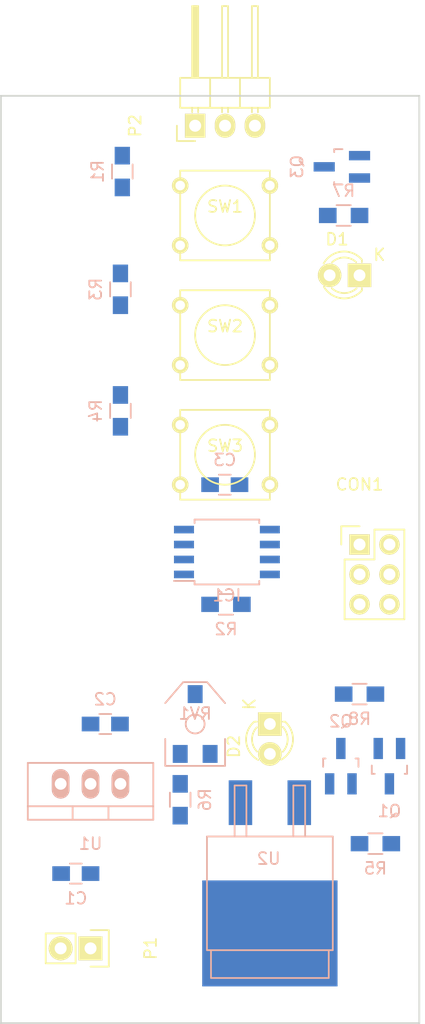
<source format=kicad_pcb>
(kicad_pcb (version 4) (host pcbnew 4.0.1-stable)

  (general
    (links 59)
    (no_connects 59)
    (area 187.884999 78.664999 223.595001 157.555001)
    (thickness 1.6)
    (drawings 4)
    (tracks 0)
    (zones 0)
    (modules 26)
    (nets 17)
  )

  (page A4)
  (layers
    (0 F.Cu signal)
    (31 B.Cu signal)
    (32 B.Adhes user)
    (33 F.Adhes user)
    (34 B.Paste user)
    (35 F.Paste user)
    (36 B.SilkS user)
    (37 F.SilkS user)
    (38 B.Mask user)
    (39 F.Mask user)
    (40 Dwgs.User user)
    (41 Cmts.User user)
    (42 Eco1.User user)
    (43 Eco2.User user)
    (44 Edge.Cuts user)
    (45 Margin user)
    (46 B.CrtYd user)
    (47 F.CrtYd user)
    (48 B.Fab user)
    (49 F.Fab user)
  )

  (setup
    (last_trace_width 0.25)
    (trace_clearance 0.2)
    (zone_clearance 0.508)
    (zone_45_only no)
    (trace_min 0.2)
    (segment_width 0.2)
    (edge_width 0.15)
    (via_size 0.6)
    (via_drill 0.4)
    (via_min_size 0.4)
    (via_min_drill 0.3)
    (uvia_size 0.3)
    (uvia_drill 0.1)
    (uvias_allowed no)
    (uvia_min_size 0.2)
    (uvia_min_drill 0.1)
    (pcb_text_width 0.3)
    (pcb_text_size 1.5 1.5)
    (mod_edge_width 0.15)
    (mod_text_size 1 1)
    (mod_text_width 0.15)
    (pad_size 1.524 1.524)
    (pad_drill 0.762)
    (pad_to_mask_clearance 0.2)
    (aux_axis_origin 0 0)
    (visible_elements FFFFFF7F)
    (pcbplotparams
      (layerselection 0x00030_80000001)
      (usegerberextensions false)
      (excludeedgelayer true)
      (linewidth 0.100000)
      (plotframeref false)
      (viasonmask false)
      (mode 1)
      (useauxorigin false)
      (hpglpennumber 1)
      (hpglpenspeed 20)
      (hpglpendiameter 15)
      (hpglpenoverlay 2)
      (psnegative false)
      (psa4output false)
      (plotreference true)
      (plotvalue true)
      (plotinvisibletext false)
      (padsonsilk false)
      (subtractmaskfromsilk false)
      (outputformat 1)
      (mirror false)
      (drillshape 1)
      (scaleselection 1)
      (outputdirectory ""))
  )

  (net 0 "")
  (net 1 +9V)
  (net 2 GND)
  (net 3 +5V)
  (net 4 /MCU_TX_DATA)
  (net 5 /FWD)
  (net 6 /MCU-TX-PWRON)
  (net 7 /RST)
  (net 8 "Net-(D1-Pad1)")
  (net 9 "Net-(D2-Pad1)")
  (net 10 "Net-(D2-Pad2)")
  (net 11 /STOP)
  (net 12 /REV)
  (net 13 /TX-PWR)
  (net 14 "Net-(Q1-Pad3)")
  (net 15 "Net-(Q3-Pad3)")
  (net 16 "Net-(R6-Pad2)")

  (net_class Default "This is the default net class."
    (clearance 0.2)
    (trace_width 0.25)
    (via_dia 0.6)
    (via_drill 0.4)
    (uvia_dia 0.3)
    (uvia_drill 0.1)
    (add_net +5V)
    (add_net +9V)
    (add_net /FWD)
    (add_net /MCU-TX-PWRON)
    (add_net /MCU_TX_DATA)
    (add_net /REV)
    (add_net /RST)
    (add_net /STOP)
    (add_net /TX-PWR)
    (add_net GND)
    (add_net "Net-(D1-Pad1)")
    (add_net "Net-(D2-Pad1)")
    (add_net "Net-(D2-Pad2)")
    (add_net "Net-(Q1-Pad3)")
    (add_net "Net-(Q3-Pad3)")
    (add_net "Net-(R6-Pad2)")
  )

  (module Capacitors_SMD:C_0805_HandSoldering (layer B.Cu) (tedit 541A9B8D) (tstamp 57823BDF)
    (at 194.33 144.78)
    (descr "Capacitor SMD 0805, hand soldering")
    (tags "capacitor 0805")
    (path /577D7B21)
    (attr smd)
    (fp_text reference C1 (at 0 2.1) (layer B.SilkS)
      (effects (font (size 1 1) (thickness 0.15)) (justify mirror))
    )
    (fp_text value "10u ceramic" (at 0 -2.1) (layer B.Fab)
      (effects (font (size 1 1) (thickness 0.15)) (justify mirror))
    )
    (fp_line (start -2.3 1) (end 2.3 1) (layer B.CrtYd) (width 0.05))
    (fp_line (start -2.3 -1) (end 2.3 -1) (layer B.CrtYd) (width 0.05))
    (fp_line (start -2.3 1) (end -2.3 -1) (layer B.CrtYd) (width 0.05))
    (fp_line (start 2.3 1) (end 2.3 -1) (layer B.CrtYd) (width 0.05))
    (fp_line (start 0.5 0.85) (end -0.5 0.85) (layer B.SilkS) (width 0.15))
    (fp_line (start -0.5 -0.85) (end 0.5 -0.85) (layer B.SilkS) (width 0.15))
    (pad 1 smd rect (at -1.25 0) (size 1.5 1.25) (layers B.Cu B.Paste B.Mask)
      (net 1 +9V))
    (pad 2 smd rect (at 1.25 0) (size 1.5 1.25) (layers B.Cu B.Paste B.Mask)
      (net 2 GND))
    (model Capacitors_SMD.3dshapes/C_0805_HandSoldering.wrl
      (at (xyz 0 0 0))
      (scale (xyz 1 1 1))
      (rotate (xyz 0 0 0))
    )
  )

  (module Capacitors_SMD:C_0805_HandSoldering (layer B.Cu) (tedit 541A9B8D) (tstamp 57823BEB)
    (at 196.83 132.08 180)
    (descr "Capacitor SMD 0805, hand soldering")
    (tags "capacitor 0805")
    (path /577D7A9F)
    (attr smd)
    (fp_text reference C2 (at 0 2.1 180) (layer B.SilkS)
      (effects (font (size 1 1) (thickness 0.15)) (justify mirror))
    )
    (fp_text value "220n ceramic" (at 0 -2.1 180) (layer B.Fab)
      (effects (font (size 1 1) (thickness 0.15)) (justify mirror))
    )
    (fp_line (start -2.3 1) (end 2.3 1) (layer B.CrtYd) (width 0.05))
    (fp_line (start -2.3 -1) (end 2.3 -1) (layer B.CrtYd) (width 0.05))
    (fp_line (start -2.3 1) (end -2.3 -1) (layer B.CrtYd) (width 0.05))
    (fp_line (start 2.3 1) (end 2.3 -1) (layer B.CrtYd) (width 0.05))
    (fp_line (start 0.5 0.85) (end -0.5 0.85) (layer B.SilkS) (width 0.15))
    (fp_line (start -0.5 -0.85) (end 0.5 -0.85) (layer B.SilkS) (width 0.15))
    (pad 1 smd rect (at -1.25 0 180) (size 1.5 1.25) (layers B.Cu B.Paste B.Mask)
      (net 3 +5V))
    (pad 2 smd rect (at 1.25 0 180) (size 1.5 1.25) (layers B.Cu B.Paste B.Mask)
      (net 2 GND))
    (model Capacitors_SMD.3dshapes/C_0805_HandSoldering.wrl
      (at (xyz 0 0 0))
      (scale (xyz 1 1 1))
      (rotate (xyz 0 0 0))
    )
  )

  (module Capacitors_SMD:C_0805_HandSoldering (layer B.Cu) (tedit 541A9B8D) (tstamp 57823BF7)
    (at 206.99 111.76 180)
    (descr "Capacitor SMD 0805, hand soldering")
    (tags "capacitor 0805")
    (path /577BB01B)
    (attr smd)
    (fp_text reference C3 (at 0 2.1 180) (layer B.SilkS)
      (effects (font (size 1 1) (thickness 0.15)) (justify mirror))
    )
    (fp_text value "100n ceramic" (at 0 -2.1 180) (layer B.Fab)
      (effects (font (size 1 1) (thickness 0.15)) (justify mirror))
    )
    (fp_line (start -2.3 1) (end 2.3 1) (layer B.CrtYd) (width 0.05))
    (fp_line (start -2.3 -1) (end 2.3 -1) (layer B.CrtYd) (width 0.05))
    (fp_line (start -2.3 1) (end -2.3 -1) (layer B.CrtYd) (width 0.05))
    (fp_line (start 2.3 1) (end 2.3 -1) (layer B.CrtYd) (width 0.05))
    (fp_line (start 0.5 0.85) (end -0.5 0.85) (layer B.SilkS) (width 0.15))
    (fp_line (start -0.5 -0.85) (end 0.5 -0.85) (layer B.SilkS) (width 0.15))
    (pad 1 smd rect (at -1.25 0 180) (size 1.5 1.25) (layers B.Cu B.Paste B.Mask)
      (net 3 +5V))
    (pad 2 smd rect (at 1.25 0 180) (size 1.5 1.25) (layers B.Cu B.Paste B.Mask)
      (net 2 GND))
    (model Capacitors_SMD.3dshapes/C_0805_HandSoldering.wrl
      (at (xyz 0 0 0))
      (scale (xyz 1 1 1))
      (rotate (xyz 0 0 0))
    )
  )

  (module Pin_Headers:Pin_Header_Straight_2x03 (layer F.Cu) (tedit 54EA0A4B) (tstamp 57823C0E)
    (at 218.44 116.84)
    (descr "Through hole pin header")
    (tags "pin header")
    (path /577D8D5F)
    (fp_text reference CON1 (at 0 -5.1) (layer F.SilkS)
      (effects (font (size 1 1) (thickness 0.15)))
    )
    (fp_text value AVR-ISP-6 (at 0 -3.1) (layer F.Fab)
      (effects (font (size 1 1) (thickness 0.15)))
    )
    (fp_line (start -1.27 1.27) (end -1.27 6.35) (layer F.SilkS) (width 0.15))
    (fp_line (start -1.55 -1.55) (end 0 -1.55) (layer F.SilkS) (width 0.15))
    (fp_line (start -1.75 -1.75) (end -1.75 6.85) (layer F.CrtYd) (width 0.05))
    (fp_line (start 4.3 -1.75) (end 4.3 6.85) (layer F.CrtYd) (width 0.05))
    (fp_line (start -1.75 -1.75) (end 4.3 -1.75) (layer F.CrtYd) (width 0.05))
    (fp_line (start -1.75 6.85) (end 4.3 6.85) (layer F.CrtYd) (width 0.05))
    (fp_line (start 1.27 -1.27) (end 1.27 1.27) (layer F.SilkS) (width 0.15))
    (fp_line (start 1.27 1.27) (end -1.27 1.27) (layer F.SilkS) (width 0.15))
    (fp_line (start -1.27 6.35) (end 3.81 6.35) (layer F.SilkS) (width 0.15))
    (fp_line (start 3.81 6.35) (end 3.81 1.27) (layer F.SilkS) (width 0.15))
    (fp_line (start -1.55 -1.55) (end -1.55 0) (layer F.SilkS) (width 0.15))
    (fp_line (start 3.81 -1.27) (end 1.27 -1.27) (layer F.SilkS) (width 0.15))
    (fp_line (start 3.81 1.27) (end 3.81 -1.27) (layer F.SilkS) (width 0.15))
    (pad 1 thru_hole rect (at 0 0) (size 1.7272 1.7272) (drill 1.016) (layers *.Cu *.Mask F.SilkS)
      (net 4 /MCU_TX_DATA))
    (pad 2 thru_hole oval (at 2.54 0) (size 1.7272 1.7272) (drill 1.016) (layers *.Cu *.Mask F.SilkS)
      (net 3 +5V))
    (pad 3 thru_hole oval (at 0 2.54) (size 1.7272 1.7272) (drill 1.016) (layers *.Cu *.Mask F.SilkS)
      (net 5 /FWD))
    (pad 4 thru_hole oval (at 2.54 2.54) (size 1.7272 1.7272) (drill 1.016) (layers *.Cu *.Mask F.SilkS)
      (net 6 /MCU-TX-PWRON))
    (pad 5 thru_hole oval (at 0 5.08) (size 1.7272 1.7272) (drill 1.016) (layers *.Cu *.Mask F.SilkS)
      (net 7 /RST))
    (pad 6 thru_hole oval (at 2.54 5.08) (size 1.7272 1.7272) (drill 1.016) (layers *.Cu *.Mask F.SilkS)
      (net 2 GND))
    (model Pin_Headers.3dshapes/Pin_Header_Straight_2x03.wrl
      (at (xyz 0.05 -0.1 0))
      (scale (xyz 1 1 1))
      (rotate (xyz 0 0 90))
    )
  )

  (module LEDs:LED-3MM (layer F.Cu) (tedit 559B82F6) (tstamp 57823C1F)
    (at 218.44 93.98 180)
    (descr "LED 3mm round vertical")
    (tags "LED  3mm round vertical")
    (path /578015B7)
    (fp_text reference D1 (at 1.91 3.06 180) (layer F.SilkS)
      (effects (font (size 1 1) (thickness 0.15)))
    )
    (fp_text value blue (at 1.3 -2.9 180) (layer F.Fab)
      (effects (font (size 1 1) (thickness 0.15)))
    )
    (fp_line (start -1.2 2.3) (end 3.8 2.3) (layer F.CrtYd) (width 0.05))
    (fp_line (start 3.8 2.3) (end 3.8 -2.2) (layer F.CrtYd) (width 0.05))
    (fp_line (start 3.8 -2.2) (end -1.2 -2.2) (layer F.CrtYd) (width 0.05))
    (fp_line (start -1.2 -2.2) (end -1.2 2.3) (layer F.CrtYd) (width 0.05))
    (fp_line (start -0.199 1.314) (end -0.199 1.114) (layer F.SilkS) (width 0.15))
    (fp_line (start -0.199 -1.28) (end -0.199 -1.1) (layer F.SilkS) (width 0.15))
    (fp_arc (start 1.301 0.034) (end -0.199 -1.286) (angle 108.5) (layer F.SilkS) (width 0.15))
    (fp_arc (start 1.301 0.034) (end 0.25 -1.1) (angle 85.7) (layer F.SilkS) (width 0.15))
    (fp_arc (start 1.311 0.034) (end 3.051 0.994) (angle 110) (layer F.SilkS) (width 0.15))
    (fp_arc (start 1.301 0.034) (end 2.335 1.094) (angle 87.5) (layer F.SilkS) (width 0.15))
    (fp_text user K (at -1.69 1.74 180) (layer F.SilkS)
      (effects (font (size 1 1) (thickness 0.15)))
    )
    (pad 1 thru_hole rect (at 0 0 270) (size 2 2) (drill 1.00076) (layers *.Cu *.Mask F.SilkS)
      (net 8 "Net-(D1-Pad1)"))
    (pad 2 thru_hole circle (at 2.54 0 180) (size 2 2) (drill 1.00076) (layers *.Cu *.Mask F.SilkS)
      (net 3 +5V))
    (model LEDs.3dshapes/LED-3MM.wrl
      (at (xyz 0.05 0 0))
      (scale (xyz 1 1 1))
      (rotate (xyz 0 0 90))
    )
  )

  (module LEDs:LED-3MM (layer F.Cu) (tedit 559B82F6) (tstamp 57823C30)
    (at 210.82 132.08 270)
    (descr "LED 3mm round vertical")
    (tags "LED  3mm round vertical")
    (path /57800E6D)
    (fp_text reference D2 (at 1.91 3.06 270) (layer F.SilkS)
      (effects (font (size 1 1) (thickness 0.15)))
    )
    (fp_text value green (at 1.3 -2.9 270) (layer F.Fab)
      (effects (font (size 1 1) (thickness 0.15)))
    )
    (fp_line (start -1.2 2.3) (end 3.8 2.3) (layer F.CrtYd) (width 0.05))
    (fp_line (start 3.8 2.3) (end 3.8 -2.2) (layer F.CrtYd) (width 0.05))
    (fp_line (start 3.8 -2.2) (end -1.2 -2.2) (layer F.CrtYd) (width 0.05))
    (fp_line (start -1.2 -2.2) (end -1.2 2.3) (layer F.CrtYd) (width 0.05))
    (fp_line (start -0.199 1.314) (end -0.199 1.114) (layer F.SilkS) (width 0.15))
    (fp_line (start -0.199 -1.28) (end -0.199 -1.1) (layer F.SilkS) (width 0.15))
    (fp_arc (start 1.301 0.034) (end -0.199 -1.286) (angle 108.5) (layer F.SilkS) (width 0.15))
    (fp_arc (start 1.301 0.034) (end 0.25 -1.1) (angle 85.7) (layer F.SilkS) (width 0.15))
    (fp_arc (start 1.311 0.034) (end 3.051 0.994) (angle 110) (layer F.SilkS) (width 0.15))
    (fp_arc (start 1.301 0.034) (end 2.335 1.094) (angle 87.5) (layer F.SilkS) (width 0.15))
    (fp_text user K (at -1.69 1.74 270) (layer F.SilkS)
      (effects (font (size 1 1) (thickness 0.15)))
    )
    (pad 1 thru_hole rect (at 0 0) (size 2 2) (drill 1.00076) (layers *.Cu *.Mask F.SilkS)
      (net 9 "Net-(D2-Pad1)"))
    (pad 2 thru_hole circle (at 2.54 0 270) (size 2 2) (drill 1.00076) (layers *.Cu *.Mask F.SilkS)
      (net 10 "Net-(D2-Pad2)"))
    (model LEDs.3dshapes/LED-3MM.wrl
      (at (xyz 0.05 0 0))
      (scale (xyz 1 1 1))
      (rotate (xyz 0 0 90))
    )
  )

  (module Housings_SOIC:SOIJ-8_5.3x5.3mm_Pitch1.27mm (layer B.Cu) (tedit 54130A77) (tstamp 57823C47)
    (at 207.17 117.475)
    (descr "8-Lead Plastic Small Outline (SM) - Medium, 5.28 mm Body [SOIC] (see Microchip Packaging Specification 00000049BS.pdf)")
    (tags "SOIC 1.27")
    (path /577BAE57)
    (attr smd)
    (fp_text reference IC1 (at 0 3.68) (layer B.SilkS)
      (effects (font (size 1 1) (thickness 0.15)) (justify mirror))
    )
    (fp_text value ATTINY85-P (at 0 -3.68) (layer B.Fab)
      (effects (font (size 1 1) (thickness 0.15)) (justify mirror))
    )
    (fp_line (start -4.75 2.95) (end -4.75 -2.95) (layer B.CrtYd) (width 0.05))
    (fp_line (start 4.75 2.95) (end 4.75 -2.95) (layer B.CrtYd) (width 0.05))
    (fp_line (start -4.75 2.95) (end 4.75 2.95) (layer B.CrtYd) (width 0.05))
    (fp_line (start -4.75 -2.95) (end 4.75 -2.95) (layer B.CrtYd) (width 0.05))
    (fp_line (start -2.75 2.755) (end -2.75 2.455) (layer B.SilkS) (width 0.15))
    (fp_line (start 2.75 2.755) (end 2.75 2.455) (layer B.SilkS) (width 0.15))
    (fp_line (start 2.75 -2.755) (end 2.75 -2.455) (layer B.SilkS) (width 0.15))
    (fp_line (start -2.75 -2.755) (end -2.75 -2.455) (layer B.SilkS) (width 0.15))
    (fp_line (start -2.75 2.755) (end 2.75 2.755) (layer B.SilkS) (width 0.15))
    (fp_line (start -2.75 -2.755) (end 2.75 -2.755) (layer B.SilkS) (width 0.15))
    (fp_line (start -2.75 2.455) (end -4.5 2.455) (layer B.SilkS) (width 0.15))
    (pad 1 smd rect (at -3.65 1.905) (size 1.7 0.65) (layers B.Cu B.Paste B.Mask)
      (net 7 /RST))
    (pad 2 smd rect (at -3.65 0.635) (size 1.7 0.65) (layers B.Cu B.Paste B.Mask)
      (net 11 /STOP))
    (pad 3 smd rect (at -3.65 -0.635) (size 1.7 0.65) (layers B.Cu B.Paste B.Mask)
      (net 12 /REV))
    (pad 4 smd rect (at -3.65 -1.905) (size 1.7 0.65) (layers B.Cu B.Paste B.Mask)
      (net 2 GND))
    (pad 5 smd rect (at 3.65 -1.905) (size 1.7 0.65) (layers B.Cu B.Paste B.Mask)
      (net 6 /MCU-TX-PWRON))
    (pad 6 smd rect (at 3.65 -0.635) (size 1.7 0.65) (layers B.Cu B.Paste B.Mask)
      (net 4 /MCU_TX_DATA))
    (pad 7 smd rect (at 3.65 0.635) (size 1.7 0.65) (layers B.Cu B.Paste B.Mask)
      (net 5 /FWD))
    (pad 8 smd rect (at 3.65 1.905) (size 1.7 0.65) (layers B.Cu B.Paste B.Mask)
      (net 3 +5V))
    (model Housings_SOIC.3dshapes/SOIJ-8_5.3x5.3mm_Pitch1.27mm.wrl
      (at (xyz 0 0 0))
      (scale (xyz 1 1 1))
      (rotate (xyz 0 0 0))
    )
  )

  (module TO_SOT_Packages_SMD:SOT-23_Handsoldering (layer B.Cu) (tedit 54E9291B) (tstamp 57823C69)
    (at 220.98 135.65886)
    (descr "SOT-23, Handsoldering")
    (tags SOT-23)
    (path /577BB09A)
    (attr smd)
    (fp_text reference Q1 (at 0 3.81) (layer B.SilkS)
      (effects (font (size 1 1) (thickness 0.15)) (justify mirror))
    )
    (fp_text value 2N7002 (at 0 -3.81) (layer B.Fab)
      (effects (font (size 1 1) (thickness 0.15)) (justify mirror))
    )
    (fp_line (start -1.49982 -0.0508) (end -1.49982 0.65024) (layer B.SilkS) (width 0.15))
    (fp_line (start -1.49982 0.65024) (end -1.2509 0.65024) (layer B.SilkS) (width 0.15))
    (fp_line (start 1.29916 0.65024) (end 1.49982 0.65024) (layer B.SilkS) (width 0.15))
    (fp_line (start 1.49982 0.65024) (end 1.49982 -0.0508) (layer B.SilkS) (width 0.15))
    (pad 1 smd rect (at -0.95 -1.50114) (size 0.8001 1.80086) (layers B.Cu B.Paste B.Mask)
      (net 6 /MCU-TX-PWRON))
    (pad 2 smd rect (at 0.95 -1.50114) (size 0.8001 1.80086) (layers B.Cu B.Paste B.Mask)
      (net 2 GND))
    (pad 3 smd rect (at 0 1.50114) (size 0.8001 1.80086) (layers B.Cu B.Paste B.Mask)
      (net 14 "Net-(Q1-Pad3)"))
    (model TO_SOT_Packages_SMD.3dshapes/SOT-23_Handsoldering.wrl
      (at (xyz 0 0 0))
      (scale (xyz 1 1 1))
      (rotate (xyz 0 0 0))
    )
  )

  (module TO_SOT_Packages_SMD:SOT-23_Handsoldering (layer B.Cu) (tedit 54E9291B) (tstamp 57823C74)
    (at 216.85 135.65886 180)
    (descr "SOT-23, Handsoldering")
    (tags SOT-23)
    (path /577BA1F4)
    (attr smd)
    (fp_text reference Q2 (at 0 3.81 180) (layer B.SilkS)
      (effects (font (size 1 1) (thickness 0.15)) (justify mirror))
    )
    (fp_text value BSS315 (at 0 -3.81 180) (layer B.Fab)
      (effects (font (size 1 1) (thickness 0.15)) (justify mirror))
    )
    (fp_line (start -1.49982 -0.0508) (end -1.49982 0.65024) (layer B.SilkS) (width 0.15))
    (fp_line (start -1.49982 0.65024) (end -1.2509 0.65024) (layer B.SilkS) (width 0.15))
    (fp_line (start 1.29916 0.65024) (end 1.49982 0.65024) (layer B.SilkS) (width 0.15))
    (fp_line (start 1.49982 0.65024) (end 1.49982 -0.0508) (layer B.SilkS) (width 0.15))
    (pad 1 smd rect (at -0.95 -1.50114 180) (size 0.8001 1.80086) (layers B.Cu B.Paste B.Mask)
      (net 14 "Net-(Q1-Pad3)"))
    (pad 2 smd rect (at 0.95 -1.50114 180) (size 0.8001 1.80086) (layers B.Cu B.Paste B.Mask)
      (net 1 +9V))
    (pad 3 smd rect (at 0 1.50114 180) (size 0.8001 1.80086) (layers B.Cu B.Paste B.Mask)
      (net 10 "Net-(D2-Pad2)"))
    (model TO_SOT_Packages_SMD.3dshapes/SOT-23_Handsoldering.wrl
      (at (xyz 0 0 0))
      (scale (xyz 1 1 1))
      (rotate (xyz 0 0 0))
    )
  )

  (module TO_SOT_Packages_SMD:SOT-23_Handsoldering (layer B.Cu) (tedit 54E9291B) (tstamp 57823C7F)
    (at 216.93886 84.77 270)
    (descr "SOT-23, Handsoldering")
    (tags SOT-23)
    (path /57801825)
    (attr smd)
    (fp_text reference Q3 (at 0 3.81 270) (layer B.SilkS)
      (effects (font (size 1 1) (thickness 0.15)) (justify mirror))
    )
    (fp_text value 2N7002 (at 0 -3.81 270) (layer B.Fab)
      (effects (font (size 1 1) (thickness 0.15)) (justify mirror))
    )
    (fp_line (start -1.49982 -0.0508) (end -1.49982 0.65024) (layer B.SilkS) (width 0.15))
    (fp_line (start -1.49982 0.65024) (end -1.2509 0.65024) (layer B.SilkS) (width 0.15))
    (fp_line (start 1.29916 0.65024) (end 1.49982 0.65024) (layer B.SilkS) (width 0.15))
    (fp_line (start 1.49982 0.65024) (end 1.49982 -0.0508) (layer B.SilkS) (width 0.15))
    (pad 1 smd rect (at -0.95 -1.50114 270) (size 0.8001 1.80086) (layers B.Cu B.Paste B.Mask)
      (net 4 /MCU_TX_DATA))
    (pad 2 smd rect (at 0.95 -1.50114 270) (size 0.8001 1.80086) (layers B.Cu B.Paste B.Mask)
      (net 2 GND))
    (pad 3 smd rect (at 0 1.50114 270) (size 0.8001 1.80086) (layers B.Cu B.Paste B.Mask)
      (net 15 "Net-(Q3-Pad3)"))
    (model TO_SOT_Packages_SMD.3dshapes/SOT-23_Handsoldering.wrl
      (at (xyz 0 0 0))
      (scale (xyz 1 1 1))
      (rotate (xyz 0 0 0))
    )
  )

  (module Resistors_SMD:R_0805_HandSoldering (layer B.Cu) (tedit 54189DEE) (tstamp 57823C8B)
    (at 198.28 85.17 270)
    (descr "Resistor SMD 0805, hand soldering")
    (tags "resistor 0805")
    (path /577D64B2)
    (attr smd)
    (fp_text reference R1 (at 0 2.1 270) (layer B.SilkS)
      (effects (font (size 1 1) (thickness 0.15)) (justify mirror))
    )
    (fp_text value 10k (at 0 -2.1 270) (layer B.Fab)
      (effects (font (size 1 1) (thickness 0.15)) (justify mirror))
    )
    (fp_line (start -2.4 1) (end 2.4 1) (layer B.CrtYd) (width 0.05))
    (fp_line (start -2.4 -1) (end 2.4 -1) (layer B.CrtYd) (width 0.05))
    (fp_line (start -2.4 1) (end -2.4 -1) (layer B.CrtYd) (width 0.05))
    (fp_line (start 2.4 1) (end 2.4 -1) (layer B.CrtYd) (width 0.05))
    (fp_line (start 0.6 -0.875) (end -0.6 -0.875) (layer B.SilkS) (width 0.15))
    (fp_line (start -0.6 0.875) (end 0.6 0.875) (layer B.SilkS) (width 0.15))
    (pad 1 smd rect (at -1.35 0 270) (size 1.5 1.3) (layers B.Cu B.Paste B.Mask)
      (net 5 /FWD))
    (pad 2 smd rect (at 1.35 0 270) (size 1.5 1.3) (layers B.Cu B.Paste B.Mask)
      (net 2 GND))
    (model Resistors_SMD.3dshapes/R_0805_HandSoldering.wrl
      (at (xyz 0 0 0))
      (scale (xyz 1 1 1))
      (rotate (xyz 0 0 0))
    )
  )

  (module Resistors_SMD:R_0805_HandSoldering (layer B.Cu) (tedit 54189DEE) (tstamp 57823C97)
    (at 207.09 121.92)
    (descr "Resistor SMD 0805, hand soldering")
    (tags "resistor 0805")
    (path /577D883D)
    (attr smd)
    (fp_text reference R2 (at 0 2.1) (layer B.SilkS)
      (effects (font (size 1 1) (thickness 0.15)) (justify mirror))
    )
    (fp_text value 10k (at 0 -2.1) (layer B.Fab)
      (effects (font (size 1 1) (thickness 0.15)) (justify mirror))
    )
    (fp_line (start -2.4 1) (end 2.4 1) (layer B.CrtYd) (width 0.05))
    (fp_line (start -2.4 -1) (end 2.4 -1) (layer B.CrtYd) (width 0.05))
    (fp_line (start -2.4 1) (end -2.4 -1) (layer B.CrtYd) (width 0.05))
    (fp_line (start 2.4 1) (end 2.4 -1) (layer B.CrtYd) (width 0.05))
    (fp_line (start 0.6 -0.875) (end -0.6 -0.875) (layer B.SilkS) (width 0.15))
    (fp_line (start -0.6 0.875) (end 0.6 0.875) (layer B.SilkS) (width 0.15))
    (pad 1 smd rect (at -1.35 0) (size 1.5 1.3) (layers B.Cu B.Paste B.Mask)
      (net 7 /RST))
    (pad 2 smd rect (at 1.35 0) (size 1.5 1.3) (layers B.Cu B.Paste B.Mask)
      (net 3 +5V))
    (model Resistors_SMD.3dshapes/R_0805_HandSoldering.wrl
      (at (xyz 0 0 0))
      (scale (xyz 1 1 1))
      (rotate (xyz 0 0 0))
    )
  )

  (module Resistors_SMD:R_0805_HandSoldering (layer B.Cu) (tedit 54189DEE) (tstamp 57823CA3)
    (at 198.12 95.17 270)
    (descr "Resistor SMD 0805, hand soldering")
    (tags "resistor 0805")
    (path /577D6724)
    (attr smd)
    (fp_text reference R3 (at 0 2.1 270) (layer B.SilkS)
      (effects (font (size 1 1) (thickness 0.15)) (justify mirror))
    )
    (fp_text value 10k (at 0 -2.1 270) (layer B.Fab)
      (effects (font (size 1 1) (thickness 0.15)) (justify mirror))
    )
    (fp_line (start -2.4 1) (end 2.4 1) (layer B.CrtYd) (width 0.05))
    (fp_line (start -2.4 -1) (end 2.4 -1) (layer B.CrtYd) (width 0.05))
    (fp_line (start -2.4 1) (end -2.4 -1) (layer B.CrtYd) (width 0.05))
    (fp_line (start 2.4 1) (end 2.4 -1) (layer B.CrtYd) (width 0.05))
    (fp_line (start 0.6 -0.875) (end -0.6 -0.875) (layer B.SilkS) (width 0.15))
    (fp_line (start -0.6 0.875) (end 0.6 0.875) (layer B.SilkS) (width 0.15))
    (pad 1 smd rect (at -1.35 0 270) (size 1.5 1.3) (layers B.Cu B.Paste B.Mask)
      (net 11 /STOP))
    (pad 2 smd rect (at 1.35 0 270) (size 1.5 1.3) (layers B.Cu B.Paste B.Mask)
      (net 2 GND))
    (model Resistors_SMD.3dshapes/R_0805_HandSoldering.wrl
      (at (xyz 0 0 0))
      (scale (xyz 1 1 1))
      (rotate (xyz 0 0 0))
    )
  )

  (module Resistors_SMD:R_0805_HandSoldering (layer B.Cu) (tedit 54189DEE) (tstamp 57823CAF)
    (at 198.12 105.49 270)
    (descr "Resistor SMD 0805, hand soldering")
    (tags "resistor 0805")
    (path /577D6880)
    (attr smd)
    (fp_text reference R4 (at 0 2.1 270) (layer B.SilkS)
      (effects (font (size 1 1) (thickness 0.15)) (justify mirror))
    )
    (fp_text value 10k (at 0 -2.1 270) (layer B.Fab)
      (effects (font (size 1 1) (thickness 0.15)) (justify mirror))
    )
    (fp_line (start -2.4 1) (end 2.4 1) (layer B.CrtYd) (width 0.05))
    (fp_line (start -2.4 -1) (end 2.4 -1) (layer B.CrtYd) (width 0.05))
    (fp_line (start -2.4 1) (end -2.4 -1) (layer B.CrtYd) (width 0.05))
    (fp_line (start 2.4 1) (end 2.4 -1) (layer B.CrtYd) (width 0.05))
    (fp_line (start 0.6 -0.875) (end -0.6 -0.875) (layer B.SilkS) (width 0.15))
    (fp_line (start -0.6 0.875) (end 0.6 0.875) (layer B.SilkS) (width 0.15))
    (pad 1 smd rect (at -1.35 0 270) (size 1.5 1.3) (layers B.Cu B.Paste B.Mask)
      (net 12 /REV))
    (pad 2 smd rect (at 1.35 0 270) (size 1.5 1.3) (layers B.Cu B.Paste B.Mask)
      (net 2 GND))
    (model Resistors_SMD.3dshapes/R_0805_HandSoldering.wrl
      (at (xyz 0 0 0))
      (scale (xyz 1 1 1))
      (rotate (xyz 0 0 0))
    )
  )

  (module Resistors_SMD:R_0805_HandSoldering (layer B.Cu) (tedit 54189DEE) (tstamp 57823CBB)
    (at 219.79 142.24)
    (descr "Resistor SMD 0805, hand soldering")
    (tags "resistor 0805")
    (path /577B9F3D)
    (attr smd)
    (fp_text reference R5 (at 0 2.1) (layer B.SilkS)
      (effects (font (size 1 1) (thickness 0.15)) (justify mirror))
    )
    (fp_text value 10k (at 0 -2.1) (layer B.Fab)
      (effects (font (size 1 1) (thickness 0.15)) (justify mirror))
    )
    (fp_line (start -2.4 1) (end 2.4 1) (layer B.CrtYd) (width 0.05))
    (fp_line (start -2.4 -1) (end 2.4 -1) (layer B.CrtYd) (width 0.05))
    (fp_line (start -2.4 1) (end -2.4 -1) (layer B.CrtYd) (width 0.05))
    (fp_line (start 2.4 1) (end 2.4 -1) (layer B.CrtYd) (width 0.05))
    (fp_line (start 0.6 -0.875) (end -0.6 -0.875) (layer B.SilkS) (width 0.15))
    (fp_line (start -0.6 0.875) (end 0.6 0.875) (layer B.SilkS) (width 0.15))
    (pad 1 smd rect (at -1.35 0) (size 1.5 1.3) (layers B.Cu B.Paste B.Mask)
      (net 1 +9V))
    (pad 2 smd rect (at 1.35 0) (size 1.5 1.3) (layers B.Cu B.Paste B.Mask)
      (net 14 "Net-(Q1-Pad3)"))
    (model Resistors_SMD.3dshapes/R_0805_HandSoldering.wrl
      (at (xyz 0 0 0))
      (scale (xyz 1 1 1))
      (rotate (xyz 0 0 0))
    )
  )

  (module Resistors_SMD:R_0805_HandSoldering (layer B.Cu) (tedit 54189DEE) (tstamp 57823CC7)
    (at 203.2 138.51 90)
    (descr "Resistor SMD 0805, hand soldering")
    (tags "resistor 0805")
    (path /577BA53B)
    (attr smd)
    (fp_text reference R6 (at 0 2.1 90) (layer B.SilkS)
      (effects (font (size 1 1) (thickness 0.15)) (justify mirror))
    )
    (fp_text value 1k (at 0 -2.1 90) (layer B.Fab)
      (effects (font (size 1 1) (thickness 0.15)) (justify mirror))
    )
    (fp_line (start -2.4 1) (end 2.4 1) (layer B.CrtYd) (width 0.05))
    (fp_line (start -2.4 -1) (end 2.4 -1) (layer B.CrtYd) (width 0.05))
    (fp_line (start -2.4 1) (end -2.4 -1) (layer B.CrtYd) (width 0.05))
    (fp_line (start 2.4 1) (end 2.4 -1) (layer B.CrtYd) (width 0.05))
    (fp_line (start 0.6 -0.875) (end -0.6 -0.875) (layer B.SilkS) (width 0.15))
    (fp_line (start -0.6 0.875) (end 0.6 0.875) (layer B.SilkS) (width 0.15))
    (pad 1 smd rect (at -1.35 0 90) (size 1.5 1.3) (layers B.Cu B.Paste B.Mask)
      (net 13 /TX-PWR))
    (pad 2 smd rect (at 1.35 0 90) (size 1.5 1.3) (layers B.Cu B.Paste B.Mask)
      (net 16 "Net-(R6-Pad2)"))
    (model Resistors_SMD.3dshapes/R_0805_HandSoldering.wrl
      (at (xyz 0 0 0))
      (scale (xyz 1 1 1))
      (rotate (xyz 0 0 0))
    )
  )

  (module Resistors_SMD:R_0805_HandSoldering (layer B.Cu) (tedit 54189DEE) (tstamp 57823CD3)
    (at 217.09 88.9 180)
    (descr "Resistor SMD 0805, hand soldering")
    (tags "resistor 0805")
    (path /578015BD)
    (attr smd)
    (fp_text reference R7 (at 0 2.1 180) (layer B.SilkS)
      (effects (font (size 1 1) (thickness 0.15)) (justify mirror))
    )
    (fp_text value 4k7 (at 0 -2.1 180) (layer B.Fab)
      (effects (font (size 1 1) (thickness 0.15)) (justify mirror))
    )
    (fp_line (start -2.4 1) (end 2.4 1) (layer B.CrtYd) (width 0.05))
    (fp_line (start -2.4 -1) (end 2.4 -1) (layer B.CrtYd) (width 0.05))
    (fp_line (start -2.4 1) (end -2.4 -1) (layer B.CrtYd) (width 0.05))
    (fp_line (start 2.4 1) (end 2.4 -1) (layer B.CrtYd) (width 0.05))
    (fp_line (start 0.6 -0.875) (end -0.6 -0.875) (layer B.SilkS) (width 0.15))
    (fp_line (start -0.6 0.875) (end 0.6 0.875) (layer B.SilkS) (width 0.15))
    (pad 1 smd rect (at -1.35 0 180) (size 1.5 1.3) (layers B.Cu B.Paste B.Mask)
      (net 8 "Net-(D1-Pad1)"))
    (pad 2 smd rect (at 1.35 0 180) (size 1.5 1.3) (layers B.Cu B.Paste B.Mask)
      (net 15 "Net-(Q3-Pad3)"))
    (model Resistors_SMD.3dshapes/R_0805_HandSoldering.wrl
      (at (xyz 0 0 0))
      (scale (xyz 1 1 1))
      (rotate (xyz 0 0 0))
    )
  )

  (module Resistors_SMD:R_0805_HandSoldering (layer B.Cu) (tedit 54189DEE) (tstamp 57823CDF)
    (at 218.44 129.54)
    (descr "Resistor SMD 0805, hand soldering")
    (tags "resistor 0805")
    (path /57800F22)
    (attr smd)
    (fp_text reference R8 (at 0 2.1) (layer B.SilkS)
      (effects (font (size 1 1) (thickness 0.15)) (justify mirror))
    )
    (fp_text value 10k (at 0 -2.1) (layer B.Fab)
      (effects (font (size 1 1) (thickness 0.15)) (justify mirror))
    )
    (fp_line (start -2.4 1) (end 2.4 1) (layer B.CrtYd) (width 0.05))
    (fp_line (start -2.4 -1) (end 2.4 -1) (layer B.CrtYd) (width 0.05))
    (fp_line (start -2.4 1) (end -2.4 -1) (layer B.CrtYd) (width 0.05))
    (fp_line (start 2.4 1) (end 2.4 -1) (layer B.CrtYd) (width 0.05))
    (fp_line (start 0.6 -0.875) (end -0.6 -0.875) (layer B.SilkS) (width 0.15))
    (fp_line (start -0.6 0.875) (end 0.6 0.875) (layer B.SilkS) (width 0.15))
    (pad 1 smd rect (at -1.35 0) (size 1.5 1.3) (layers B.Cu B.Paste B.Mask)
      (net 9 "Net-(D2-Pad1)"))
    (pad 2 smd rect (at 1.35 0) (size 1.5 1.3) (layers B.Cu B.Paste B.Mask)
      (net 2 GND))
    (model Resistors_SMD.3dshapes/R_0805_HandSoldering.wrl
      (at (xyz 0 0 0))
      (scale (xyz 1 1 1))
      (rotate (xyz 0 0 0))
    )
  )

  (module SMD_Packages:POT_SMD (layer B.Cu) (tedit 0) (tstamp 57823CED)
    (at 204.47 132.08 180)
    (descr "module CMS Potentiometre")
    (tags "CMS POT")
    (path /577BA582)
    (attr smd)
    (fp_text reference RV1 (at 0 0.88646 180) (layer B.SilkS)
      (effects (font (size 1 1) (thickness 0.15)) (justify mirror))
    )
    (fp_text value 5K (at 0 -0.635 180) (layer B.Fab)
      (effects (font (size 1 1) (thickness 0.15)) (justify mirror))
    )
    (fp_line (start -2.54 -1.27) (end -2.54 -3.556) (layer B.SilkS) (width 0.15))
    (fp_line (start -2.54 -3.556) (end 2.54 -3.556) (layer B.SilkS) (width 0.15))
    (fp_line (start 2.54 -3.556) (end 2.54 -1.27) (layer B.SilkS) (width 0.15))
    (fp_line (start -2.54 1.778) (end -1.016 3.556) (layer B.SilkS) (width 0.15))
    (fp_line (start -1.016 3.556) (end 1.016 3.556) (layer B.SilkS) (width 0.15))
    (fp_line (start 1.016 3.556) (end 2.54 1.778) (layer B.SilkS) (width 0.15))
    (fp_circle (center 0 0) (end 0.254 0.762) (layer B.SilkS) (width 0.15))
    (pad 1 smd rect (at -1.27 -2.54 180) (size 1.27 1.524) (layers B.Cu B.Paste B.Mask)
      (net 2 GND))
    (pad 2 smd rect (at 0 2.54 180) (size 1.27 1.524) (layers B.Cu B.Paste B.Mask)
      (net 2 GND))
    (pad 3 smd rect (at 1.27 -2.54 180) (size 1.27 1.524) (layers B.Cu B.Paste B.Mask)
      (net 16 "Net-(R6-Pad2)"))
  )

  (module Buttons_Switches_ThroughHole:SW_PUSH_SMALL (layer F.Cu) (tedit 0) (tstamp 57823CFA)
    (at 207.01 88.9)
    (path /577D63F0)
    (fp_text reference SW1 (at 0 -0.762) (layer F.SilkS)
      (effects (font (size 1 1) (thickness 0.15)))
    )
    (fp_text value FWD (at 0 1.016) (layer F.Fab)
      (effects (font (size 1 1) (thickness 0.15)))
    )
    (fp_circle (center 0 0) (end 0 -2.54) (layer F.SilkS) (width 0.15))
    (fp_line (start -3.81 -3.81) (end 3.81 -3.81) (layer F.SilkS) (width 0.15))
    (fp_line (start 3.81 -3.81) (end 3.81 3.81) (layer F.SilkS) (width 0.15))
    (fp_line (start 3.81 3.81) (end -3.81 3.81) (layer F.SilkS) (width 0.15))
    (fp_line (start -3.81 -3.81) (end -3.81 3.81) (layer F.SilkS) (width 0.15))
    (pad 1 thru_hole circle (at 3.81 -2.54) (size 1.397 1.397) (drill 0.8128) (layers *.Cu *.Mask F.SilkS)
      (net 5 /FWD))
    (pad 2 thru_hole circle (at 3.81 2.54) (size 1.397 1.397) (drill 0.8128) (layers *.Cu *.Mask F.SilkS)
      (net 3 +5V))
    (pad 1 thru_hole circle (at -3.81 -2.54) (size 1.397 1.397) (drill 0.8128) (layers *.Cu *.Mask F.SilkS)
      (net 5 /FWD))
    (pad 2 thru_hole circle (at -3.81 2.54) (size 1.397 1.397) (drill 0.8128) (layers *.Cu *.Mask F.SilkS)
      (net 3 +5V))
  )

  (module Buttons_Switches_ThroughHole:SW_PUSH_SMALL (layer F.Cu) (tedit 0) (tstamp 57823D07)
    (at 207.01 99.06)
    (path /577D671E)
    (fp_text reference SW2 (at 0 -0.762) (layer F.SilkS)
      (effects (font (size 1 1) (thickness 0.15)))
    )
    (fp_text value STOP (at 0 1.016) (layer F.Fab)
      (effects (font (size 1 1) (thickness 0.15)))
    )
    (fp_circle (center 0 0) (end 0 -2.54) (layer F.SilkS) (width 0.15))
    (fp_line (start -3.81 -3.81) (end 3.81 -3.81) (layer F.SilkS) (width 0.15))
    (fp_line (start 3.81 -3.81) (end 3.81 3.81) (layer F.SilkS) (width 0.15))
    (fp_line (start 3.81 3.81) (end -3.81 3.81) (layer F.SilkS) (width 0.15))
    (fp_line (start -3.81 -3.81) (end -3.81 3.81) (layer F.SilkS) (width 0.15))
    (pad 1 thru_hole circle (at 3.81 -2.54) (size 1.397 1.397) (drill 0.8128) (layers *.Cu *.Mask F.SilkS)
      (net 11 /STOP))
    (pad 2 thru_hole circle (at 3.81 2.54) (size 1.397 1.397) (drill 0.8128) (layers *.Cu *.Mask F.SilkS)
      (net 3 +5V))
    (pad 1 thru_hole circle (at -3.81 -2.54) (size 1.397 1.397) (drill 0.8128) (layers *.Cu *.Mask F.SilkS)
      (net 11 /STOP))
    (pad 2 thru_hole circle (at -3.81 2.54) (size 1.397 1.397) (drill 0.8128) (layers *.Cu *.Mask F.SilkS)
      (net 3 +5V))
  )

  (module Buttons_Switches_ThroughHole:SW_PUSH_SMALL (layer F.Cu) (tedit 0) (tstamp 57823D14)
    (at 207.01 109.22)
    (path /577D687A)
    (fp_text reference SW3 (at 0 -0.762) (layer F.SilkS)
      (effects (font (size 1 1) (thickness 0.15)))
    )
    (fp_text value REV (at 0 1.016) (layer F.Fab)
      (effects (font (size 1 1) (thickness 0.15)))
    )
    (fp_circle (center 0 0) (end 0 -2.54) (layer F.SilkS) (width 0.15))
    (fp_line (start -3.81 -3.81) (end 3.81 -3.81) (layer F.SilkS) (width 0.15))
    (fp_line (start 3.81 -3.81) (end 3.81 3.81) (layer F.SilkS) (width 0.15))
    (fp_line (start 3.81 3.81) (end -3.81 3.81) (layer F.SilkS) (width 0.15))
    (fp_line (start -3.81 -3.81) (end -3.81 3.81) (layer F.SilkS) (width 0.15))
    (pad 1 thru_hole circle (at 3.81 -2.54) (size 1.397 1.397) (drill 0.8128) (layers *.Cu *.Mask F.SilkS)
      (net 12 /REV))
    (pad 2 thru_hole circle (at 3.81 2.54) (size 1.397 1.397) (drill 0.8128) (layers *.Cu *.Mask F.SilkS)
      (net 3 +5V))
    (pad 1 thru_hole circle (at -3.81 -2.54) (size 1.397 1.397) (drill 0.8128) (layers *.Cu *.Mask F.SilkS)
      (net 12 /REV))
    (pad 2 thru_hole circle (at -3.81 2.54) (size 1.397 1.397) (drill 0.8128) (layers *.Cu *.Mask F.SilkS)
      (net 3 +5V))
  )

  (module TO_SOT_Packages_SMD:SOT-404 (layer B.Cu) (tedit 0) (tstamp 57823D3A)
    (at 210.82 144.3101)
    (descr SOT404)
    (path /577BA414)
    (attr smd)
    (fp_text reference U2 (at -0.09906 -0.8001) (layer B.SilkS)
      (effects (font (size 1 1) (thickness 0.15)) (justify mirror))
    )
    (fp_text value LM317D2TG (at -0.20066 -1.09982) (layer B.Fab)
      (effects (font (size 1 1) (thickness 0.15)) (justify mirror))
    )
    (fp_line (start -5.0038 6.9723) (end -5.0038 9.3345) (layer B.SilkS) (width 0.15))
    (fp_line (start -5.0038 9.3345) (end 5.0038 9.3345) (layer B.SilkS) (width 0.15))
    (fp_line (start 5.0038 9.3345) (end 5.0038 6.9723) (layer B.SilkS) (width 0.15))
    (fp_line (start 2.9972 -7.0104) (end 2.9972 -2.6797) (layer B.SilkS) (width 0.15))
    (fp_line (start 1.9939 -7.0104) (end 2.9972 -7.0104) (layer B.SilkS) (width 0.15))
    (fp_line (start 1.9939 -2.6797) (end 1.9939 -7.0104) (layer B.SilkS) (width 0.15))
    (fp_line (start -2.9972 -2.6797) (end -2.9972 -7.0104) (layer B.SilkS) (width 0.15))
    (fp_line (start -2.9972 -7.0104) (end -1.9939 -7.0104) (layer B.SilkS) (width 0.15))
    (fp_line (start -1.9939 -7.0104) (end -1.9939 -2.6797) (layer B.SilkS) (width 0.15))
    (fp_line (start -5.3467 6.9723) (end 5.3467 6.9723) (layer B.SilkS) (width 0.15))
    (fp_line (start 5.3467 6.9723) (end 5.3467 -2.6797) (layer B.SilkS) (width 0.15))
    (fp_line (start 5.3467 -2.6797) (end -5.3467 -2.6797) (layer B.SilkS) (width 0.15))
    (fp_line (start -5.3467 -2.6797) (end -5.3467 6.9723) (layer B.SilkS) (width 0.15))
    (pad 1 smd rect (at -2.49936 -5.5499) (size 1.99898 3.79984) (layers B.Cu B.Paste B.Mask)
      (net 16 "Net-(R6-Pad2)"))
    (pad 3 smd rect (at 2.49936 -5.5499) (size 1.99898 3.79984) (layers B.Cu B.Paste B.Mask)
      (net 10 "Net-(D2-Pad2)"))
    (pad 2 smd rect (at 0 5.5499) (size 11.50112 8.99922) (layers B.Cu B.Paste B.Mask)
      (net 13 /TX-PWR))
    (model TO_SOT_Packages_SMD.3dshapes/SOT-404.wrl
      (at (xyz 0 0 0))
      (scale (xyz 1 1 1))
      (rotate (xyz 0 0 0))
    )
  )

  (module TO_SOT_Packages_THT:TO-220_Neutral123_Vertical (layer B.Cu) (tedit 0) (tstamp 5782B274)
    (at 195.58 137.16)
    (descr "TO-220, Neutral, Vertical,")
    (tags "TO-220, Neutral, Vertical,")
    (path /577D760E)
    (fp_text reference U1 (at 0 5.08) (layer B.SilkS)
      (effects (font (size 1 1) (thickness 0.15)) (justify mirror))
    )
    (fp_text value 78L05 (at 0 -3.81) (layer B.Fab)
      (effects (font (size 1 1) (thickness 0.15)) (justify mirror))
    )
    (fp_line (start -1.524 3.048) (end -1.524 1.905) (layer B.SilkS) (width 0.15))
    (fp_line (start 1.524 3.048) (end 1.524 1.905) (layer B.SilkS) (width 0.15))
    (fp_line (start 5.334 1.905) (end 5.334 -1.778) (layer B.SilkS) (width 0.15))
    (fp_line (start 5.334 -1.778) (end -5.334 -1.778) (layer B.SilkS) (width 0.15))
    (fp_line (start -5.334 -1.778) (end -5.334 1.905) (layer B.SilkS) (width 0.15))
    (fp_line (start 5.334 3.048) (end 5.334 1.905) (layer B.SilkS) (width 0.15))
    (fp_line (start 5.334 1.905) (end -5.334 1.905) (layer B.SilkS) (width 0.15))
    (fp_line (start -5.334 1.905) (end -5.334 3.048) (layer B.SilkS) (width 0.15))
    (fp_line (start 0 3.048) (end -5.334 3.048) (layer B.SilkS) (width 0.15))
    (fp_line (start 0 3.048) (end 5.334 3.048) (layer B.SilkS) (width 0.15))
    (pad 2 thru_hole oval (at 0 0 270) (size 2.49936 1.50114) (drill 1.00076) (layers *.Cu *.Mask B.SilkS)
      (net 2 GND))
    (pad 1 thru_hole oval (at -2.54 0 270) (size 2.49936 1.50114) (drill 1.00076) (layers *.Cu *.Mask B.SilkS)
      (net 1 +9V))
    (pad 3 thru_hole oval (at 2.54 0 270) (size 2.49936 1.50114) (drill 1.00076) (layers *.Cu *.Mask B.SilkS)
      (net 3 +5V))
    (model TO_SOT_Packages_THT.3dshapes/TO-220_Neutral123_Vertical.wrl
      (at (xyz 0 0 0))
      (scale (xyz 0.3937 0.3937 0.3937))
      (rotate (xyz 0 0 0))
    )
  )

  (module Pin_Headers:Pin_Header_Straight_1x02 (layer F.Cu) (tedit 54EA090C) (tstamp 5782B3D0)
    (at 195.58 151.13 270)
    (descr "Through hole pin header")
    (tags "pin header")
    (path /577D6F3F)
    (fp_text reference P1 (at 0 -5.1 270) (layer F.SilkS)
      (effects (font (size 1 1) (thickness 0.15)))
    )
    (fp_text value 9V (at 0 -3.1 270) (layer F.Fab)
      (effects (font (size 1 1) (thickness 0.15)))
    )
    (fp_line (start 1.27 1.27) (end 1.27 3.81) (layer F.SilkS) (width 0.15))
    (fp_line (start 1.55 -1.55) (end 1.55 0) (layer F.SilkS) (width 0.15))
    (fp_line (start -1.75 -1.75) (end -1.75 4.3) (layer F.CrtYd) (width 0.05))
    (fp_line (start 1.75 -1.75) (end 1.75 4.3) (layer F.CrtYd) (width 0.05))
    (fp_line (start -1.75 -1.75) (end 1.75 -1.75) (layer F.CrtYd) (width 0.05))
    (fp_line (start -1.75 4.3) (end 1.75 4.3) (layer F.CrtYd) (width 0.05))
    (fp_line (start 1.27 1.27) (end -1.27 1.27) (layer F.SilkS) (width 0.15))
    (fp_line (start -1.55 0) (end -1.55 -1.55) (layer F.SilkS) (width 0.15))
    (fp_line (start -1.55 -1.55) (end 1.55 -1.55) (layer F.SilkS) (width 0.15))
    (fp_line (start -1.27 1.27) (end -1.27 3.81) (layer F.SilkS) (width 0.15))
    (fp_line (start -1.27 3.81) (end 1.27 3.81) (layer F.SilkS) (width 0.15))
    (pad 1 thru_hole rect (at 0 0 270) (size 2.032 2.032) (drill 1.016) (layers *.Cu *.Mask F.SilkS)
      (net 2 GND))
    (pad 2 thru_hole oval (at 0 2.54 270) (size 2.032 2.032) (drill 1.016) (layers *.Cu *.Mask F.SilkS)
      (net 1 +9V))
    (model Pin_Headers.3dshapes/Pin_Header_Straight_1x02.wrl
      (at (xyz 0 -0.05 0))
      (scale (xyz 1 1 1))
      (rotate (xyz 0 0 90))
    )
  )

  (module Pin_Headers:Pin_Header_Angled_1x03 (layer F.Cu) (tedit 0) (tstamp 5782BB83)
    (at 204.47 81.28 90)
    (descr "Through hole pin header")
    (tags "pin header")
    (path /577D7DE1)
    (fp_text reference P2 (at 0 -5.1 90) (layer F.SilkS)
      (effects (font (size 1 1) (thickness 0.15)))
    )
    (fp_text value MX-FS-03V (at 0 -3.1 90) (layer F.Fab)
      (effects (font (size 1 1) (thickness 0.15)))
    )
    (fp_line (start -1.5 -1.75) (end -1.5 6.85) (layer F.CrtYd) (width 0.05))
    (fp_line (start 10.65 -1.75) (end 10.65 6.85) (layer F.CrtYd) (width 0.05))
    (fp_line (start -1.5 -1.75) (end 10.65 -1.75) (layer F.CrtYd) (width 0.05))
    (fp_line (start -1.5 6.85) (end 10.65 6.85) (layer F.CrtYd) (width 0.05))
    (fp_line (start -1.3 -1.55) (end -1.3 0) (layer F.SilkS) (width 0.15))
    (fp_line (start 0 -1.55) (end -1.3 -1.55) (layer F.SilkS) (width 0.15))
    (fp_line (start 4.191 -0.127) (end 10.033 -0.127) (layer F.SilkS) (width 0.15))
    (fp_line (start 10.033 -0.127) (end 10.033 0.127) (layer F.SilkS) (width 0.15))
    (fp_line (start 10.033 0.127) (end 4.191 0.127) (layer F.SilkS) (width 0.15))
    (fp_line (start 4.191 0.127) (end 4.191 0) (layer F.SilkS) (width 0.15))
    (fp_line (start 4.191 0) (end 10.033 0) (layer F.SilkS) (width 0.15))
    (fp_line (start 1.524 -0.254) (end 1.143 -0.254) (layer F.SilkS) (width 0.15))
    (fp_line (start 1.524 0.254) (end 1.143 0.254) (layer F.SilkS) (width 0.15))
    (fp_line (start 1.524 2.286) (end 1.143 2.286) (layer F.SilkS) (width 0.15))
    (fp_line (start 1.524 2.794) (end 1.143 2.794) (layer F.SilkS) (width 0.15))
    (fp_line (start 1.524 4.826) (end 1.143 4.826) (layer F.SilkS) (width 0.15))
    (fp_line (start 1.524 5.334) (end 1.143 5.334) (layer F.SilkS) (width 0.15))
    (fp_line (start 4.064 1.27) (end 4.064 -1.27) (layer F.SilkS) (width 0.15))
    (fp_line (start 10.16 0.254) (end 4.064 0.254) (layer F.SilkS) (width 0.15))
    (fp_line (start 10.16 -0.254) (end 10.16 0.254) (layer F.SilkS) (width 0.15))
    (fp_line (start 4.064 -0.254) (end 10.16 -0.254) (layer F.SilkS) (width 0.15))
    (fp_line (start 1.524 1.27) (end 4.064 1.27) (layer F.SilkS) (width 0.15))
    (fp_line (start 1.524 -1.27) (end 1.524 1.27) (layer F.SilkS) (width 0.15))
    (fp_line (start 1.524 -1.27) (end 4.064 -1.27) (layer F.SilkS) (width 0.15))
    (fp_line (start 1.524 3.81) (end 4.064 3.81) (layer F.SilkS) (width 0.15))
    (fp_line (start 1.524 3.81) (end 1.524 6.35) (layer F.SilkS) (width 0.15))
    (fp_line (start 4.064 4.826) (end 10.16 4.826) (layer F.SilkS) (width 0.15))
    (fp_line (start 10.16 4.826) (end 10.16 5.334) (layer F.SilkS) (width 0.15))
    (fp_line (start 10.16 5.334) (end 4.064 5.334) (layer F.SilkS) (width 0.15))
    (fp_line (start 4.064 6.35) (end 4.064 3.81) (layer F.SilkS) (width 0.15))
    (fp_line (start 4.064 3.81) (end 4.064 1.27) (layer F.SilkS) (width 0.15))
    (fp_line (start 10.16 2.794) (end 4.064 2.794) (layer F.SilkS) (width 0.15))
    (fp_line (start 10.16 2.286) (end 10.16 2.794) (layer F.SilkS) (width 0.15))
    (fp_line (start 4.064 2.286) (end 10.16 2.286) (layer F.SilkS) (width 0.15))
    (fp_line (start 1.524 3.81) (end 4.064 3.81) (layer F.SilkS) (width 0.15))
    (fp_line (start 1.524 1.27) (end 1.524 3.81) (layer F.SilkS) (width 0.15))
    (fp_line (start 1.524 1.27) (end 4.064 1.27) (layer F.SilkS) (width 0.15))
    (fp_line (start 1.524 6.35) (end 4.064 6.35) (layer F.SilkS) (width 0.15))
    (pad 1 thru_hole rect (at 0 0 90) (size 2.032 1.7272) (drill 1.016) (layers *.Cu *.Mask F.SilkS)
      (net 2 GND))
    (pad 2 thru_hole oval (at 0 2.54 90) (size 2.032 1.7272) (drill 1.016) (layers *.Cu *.Mask F.SilkS)
      (net 13 /TX-PWR))
    (pad 3 thru_hole oval (at 0 5.08 90) (size 2.032 1.7272) (drill 1.016) (layers *.Cu *.Mask F.SilkS)
      (net 4 /MCU_TX_DATA))
    (model Pin_Headers.3dshapes/Pin_Header_Angled_1x03.wrl
      (at (xyz 0 -0.1 0))
      (scale (xyz 1 1 1))
      (rotate (xyz 0 0 90))
    )
  )

  (gr_line (start 187.96 157.48) (end 187.96 78.74) (layer Edge.Cuts) (width 0.15))
  (gr_line (start 223.52 157.48) (end 187.96 157.48) (layer Edge.Cuts) (width 0.15))
  (gr_line (start 223.52 78.74) (end 223.52 157.48) (layer Edge.Cuts) (width 0.15))
  (gr_line (start 187.96 78.74) (end 223.52 78.74) (layer Edge.Cuts) (width 0.15))

)

</source>
